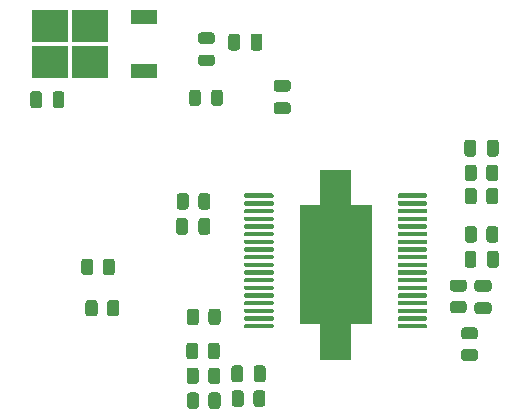
<source format=gbr>
%TF.GenerationSoftware,KiCad,Pcbnew,5.1.10-88a1d61d58~90~ubuntu20.04.1*%
%TF.CreationDate,2021-10-19T17:00:37+01:00*%
%TF.ProjectId,L6235-breakout,4c363233-352d-4627-9265-616b6f75742e,rev?*%
%TF.SameCoordinates,Original*%
%TF.FileFunction,Paste,Top*%
%TF.FilePolarity,Positive*%
%FSLAX46Y46*%
G04 Gerber Fmt 4.6, Leading zero omitted, Abs format (unit mm)*
G04 Created by KiCad (PCBNEW 5.1.10-88a1d61d58~90~ubuntu20.04.1) date 2021-10-19 17:00:37*
%MOMM*%
%LPD*%
G01*
G04 APERTURE LIST*
%ADD10C,0.100000*%
%ADD11R,2.200000X1.200000*%
%ADD12R,3.050000X2.750000*%
G04 APERTURE END LIST*
%TO.C,C1*%
G36*
G01*
X44224400Y-170985200D02*
X44224400Y-170035200D01*
G75*
G02*
X44474400Y-169785200I250000J0D01*
G01*
X44974400Y-169785200D01*
G75*
G02*
X45224400Y-170035200I0J-250000D01*
G01*
X45224400Y-170985200D01*
G75*
G02*
X44974400Y-171235200I-250000J0D01*
G01*
X44474400Y-171235200D01*
G75*
G02*
X44224400Y-170985200I0J250000D01*
G01*
G37*
G36*
G01*
X42324400Y-170985200D02*
X42324400Y-170035200D01*
G75*
G02*
X42574400Y-169785200I250000J0D01*
G01*
X43074400Y-169785200D01*
G75*
G02*
X43324400Y-170035200I0J-250000D01*
G01*
X43324400Y-170985200D01*
G75*
G02*
X43074400Y-171235200I-250000J0D01*
G01*
X42574400Y-171235200D01*
G75*
G02*
X42324400Y-170985200I0J250000D01*
G01*
G37*
%TD*%
%TO.C,C2*%
G36*
G01*
X27360900Y-156321300D02*
X26410900Y-156321300D01*
G75*
G02*
X26160900Y-156071300I0J250000D01*
G01*
X26160900Y-155571300D01*
G75*
G02*
X26410900Y-155321300I250000J0D01*
G01*
X27360900Y-155321300D01*
G75*
G02*
X27610900Y-155571300I0J-250000D01*
G01*
X27610900Y-156071300D01*
G75*
G02*
X27360900Y-156321300I-250000J0D01*
G01*
G37*
G36*
G01*
X27360900Y-158221300D02*
X26410900Y-158221300D01*
G75*
G02*
X26160900Y-157971300I0J250000D01*
G01*
X26160900Y-157471300D01*
G75*
G02*
X26410900Y-157221300I250000J0D01*
G01*
X27360900Y-157221300D01*
G75*
G02*
X27610900Y-157471300I0J-250000D01*
G01*
X27610900Y-157971300D01*
G75*
G02*
X27360900Y-158221300I-250000J0D01*
G01*
G37*
%TD*%
%TO.C,C5*%
G36*
G01*
X42311700Y-161574500D02*
X42311700Y-160624500D01*
G75*
G02*
X42561700Y-160374500I250000J0D01*
G01*
X43061700Y-160374500D01*
G75*
G02*
X43311700Y-160624500I0J-250000D01*
G01*
X43311700Y-161574500D01*
G75*
G02*
X43061700Y-161824500I-250000J0D01*
G01*
X42561700Y-161824500D01*
G75*
G02*
X42311700Y-161574500I0J250000D01*
G01*
G37*
G36*
G01*
X44211700Y-161574500D02*
X44211700Y-160624500D01*
G75*
G02*
X44461700Y-160374500I250000J0D01*
G01*
X44961700Y-160374500D01*
G75*
G02*
X45211700Y-160624500I0J-250000D01*
G01*
X45211700Y-161574500D01*
G75*
G02*
X44961700Y-161824500I-250000J0D01*
G01*
X44461700Y-161824500D01*
G75*
G02*
X44211700Y-161574500I0J250000D01*
G01*
G37*
%TD*%
%TO.C,C6*%
G36*
G01*
X24475900Y-180688000D02*
X24475900Y-179738000D01*
G75*
G02*
X24725900Y-179488000I250000J0D01*
G01*
X25225900Y-179488000D01*
G75*
G02*
X25475900Y-179738000I0J-250000D01*
G01*
X25475900Y-180688000D01*
G75*
G02*
X25225900Y-180938000I-250000J0D01*
G01*
X24725900Y-180938000D01*
G75*
G02*
X24475900Y-180688000I0J250000D01*
G01*
G37*
G36*
G01*
X22575900Y-180688000D02*
X22575900Y-179738000D01*
G75*
G02*
X22825900Y-179488000I250000J0D01*
G01*
X23325900Y-179488000D01*
G75*
G02*
X23575900Y-179738000I0J-250000D01*
G01*
X23575900Y-180688000D01*
G75*
G02*
X23325900Y-180938000I-250000J0D01*
G01*
X22825900Y-180938000D01*
G75*
G02*
X22575900Y-180688000I0J250000D01*
G01*
G37*
%TD*%
%TO.C,C7*%
G36*
G01*
X25211700Y-151645600D02*
X25211700Y-152595600D01*
G75*
G02*
X24961700Y-152845600I-250000J0D01*
G01*
X24461700Y-152845600D01*
G75*
G02*
X24211700Y-152595600I0J250000D01*
G01*
X24211700Y-151645600D01*
G75*
G02*
X24461700Y-151395600I250000J0D01*
G01*
X24961700Y-151395600D01*
G75*
G02*
X25211700Y-151645600I0J-250000D01*
G01*
G37*
G36*
G01*
X23311700Y-151645600D02*
X23311700Y-152595600D01*
G75*
G02*
X23061700Y-152845600I-250000J0D01*
G01*
X22561700Y-152845600D01*
G75*
G02*
X22311700Y-152595600I0J250000D01*
G01*
X22311700Y-151645600D01*
G75*
G02*
X22561700Y-151395600I250000J0D01*
G01*
X23061700Y-151395600D01*
G75*
G02*
X23311700Y-151645600I0J-250000D01*
G01*
G37*
%TD*%
%TO.C,C8*%
G36*
G01*
X17894600Y-168203900D02*
X17894600Y-167253900D01*
G75*
G02*
X18144600Y-167003900I250000J0D01*
G01*
X18644600Y-167003900D01*
G75*
G02*
X18894600Y-167253900I0J-250000D01*
G01*
X18894600Y-168203900D01*
G75*
G02*
X18644600Y-168453900I-250000J0D01*
G01*
X18144600Y-168453900D01*
G75*
G02*
X17894600Y-168203900I0J250000D01*
G01*
G37*
G36*
G01*
X19794600Y-168203900D02*
X19794600Y-167253900D01*
G75*
G02*
X20044600Y-167003900I250000J0D01*
G01*
X20544600Y-167003900D01*
G75*
G02*
X20794600Y-167253900I0J-250000D01*
G01*
X20794600Y-168203900D01*
G75*
G02*
X20544600Y-168453900I-250000J0D01*
G01*
X20044600Y-168453900D01*
G75*
G02*
X19794600Y-168203900I0J250000D01*
G01*
G37*
%TD*%
%TO.C,C10*%
G36*
G01*
X43413700Y-174147900D02*
X44363700Y-174147900D01*
G75*
G02*
X44613700Y-174397900I0J-250000D01*
G01*
X44613700Y-174897900D01*
G75*
G02*
X44363700Y-175147900I-250000J0D01*
G01*
X43413700Y-175147900D01*
G75*
G02*
X43163700Y-174897900I0J250000D01*
G01*
X43163700Y-174397900D01*
G75*
G02*
X43413700Y-174147900I250000J0D01*
G01*
G37*
G36*
G01*
X43413700Y-172247900D02*
X44363700Y-172247900D01*
G75*
G02*
X44613700Y-172497900I0J-250000D01*
G01*
X44613700Y-172997900D01*
G75*
G02*
X44363700Y-173247900I-250000J0D01*
G01*
X43413700Y-173247900D01*
G75*
G02*
X43163700Y-172997900I0J250000D01*
G01*
X43163700Y-172497900D01*
G75*
G02*
X43413700Y-172247900I250000J0D01*
G01*
G37*
%TD*%
%TO.C,D1*%
G36*
G01*
X20882000Y-157301250D02*
X20882000Y-156388750D01*
G75*
G02*
X21125750Y-156145000I243750J0D01*
G01*
X21613250Y-156145000D01*
G75*
G02*
X21857000Y-156388750I0J-243750D01*
G01*
X21857000Y-157301250D01*
G75*
G02*
X21613250Y-157545000I-243750J0D01*
G01*
X21125750Y-157545000D01*
G75*
G02*
X20882000Y-157301250I0J243750D01*
G01*
G37*
G36*
G01*
X19007000Y-157301250D02*
X19007000Y-156388750D01*
G75*
G02*
X19250750Y-156145000I243750J0D01*
G01*
X19738250Y-156145000D01*
G75*
G02*
X19982000Y-156388750I0J-243750D01*
G01*
X19982000Y-157301250D01*
G75*
G02*
X19738250Y-157545000I-243750J0D01*
G01*
X19250750Y-157545000D01*
G75*
G02*
X19007000Y-157301250I0J243750D01*
G01*
G37*
%TD*%
%TO.C,D2*%
G36*
G01*
X20016150Y-151302900D02*
X20928650Y-151302900D01*
G75*
G02*
X21172400Y-151546650I0J-243750D01*
G01*
X21172400Y-152034150D01*
G75*
G02*
X20928650Y-152277900I-243750J0D01*
G01*
X20016150Y-152277900D01*
G75*
G02*
X19772400Y-152034150I0J243750D01*
G01*
X19772400Y-151546650D01*
G75*
G02*
X20016150Y-151302900I243750J0D01*
G01*
G37*
G36*
G01*
X20016150Y-153177900D02*
X20928650Y-153177900D01*
G75*
G02*
X21172400Y-153421650I0J-243750D01*
G01*
X21172400Y-153909150D01*
G75*
G02*
X20928650Y-154152900I-243750J0D01*
G01*
X20016150Y-154152900D01*
G75*
G02*
X19772400Y-153909150I0J243750D01*
G01*
X19772400Y-153421650D01*
G75*
G02*
X20016150Y-153177900I243750J0D01*
G01*
G37*
%TD*%
%TO.C,R1*%
G36*
G01*
X42350000Y-168852001D02*
X42350000Y-167951999D01*
G75*
G02*
X42599999Y-167702000I249999J0D01*
G01*
X43125001Y-167702000D01*
G75*
G02*
X43375000Y-167951999I0J-249999D01*
G01*
X43375000Y-168852001D01*
G75*
G02*
X43125001Y-169102000I-249999J0D01*
G01*
X42599999Y-169102000D01*
G75*
G02*
X42350000Y-168852001I0J249999D01*
G01*
G37*
G36*
G01*
X44175000Y-168852001D02*
X44175000Y-167951999D01*
G75*
G02*
X44424999Y-167702000I249999J0D01*
G01*
X44950001Y-167702000D01*
G75*
G02*
X45200000Y-167951999I0J-249999D01*
G01*
X45200000Y-168852001D01*
G75*
G02*
X44950001Y-169102000I-249999J0D01*
G01*
X44424999Y-169102000D01*
G75*
G02*
X44175000Y-168852001I0J249999D01*
G01*
G37*
%TD*%
%TO.C,R2*%
G36*
G01*
X44162300Y-165613501D02*
X44162300Y-164713499D01*
G75*
G02*
X44412299Y-164463500I249999J0D01*
G01*
X44937301Y-164463500D01*
G75*
G02*
X45187300Y-164713499I0J-249999D01*
G01*
X45187300Y-165613501D01*
G75*
G02*
X44937301Y-165863500I-249999J0D01*
G01*
X44412299Y-165863500D01*
G75*
G02*
X44162300Y-165613501I0J249999D01*
G01*
G37*
G36*
G01*
X42337300Y-165613501D02*
X42337300Y-164713499D01*
G75*
G02*
X42587299Y-164463500I249999J0D01*
G01*
X43112301Y-164463500D01*
G75*
G02*
X43362300Y-164713499I0J-249999D01*
G01*
X43362300Y-165613501D01*
G75*
G02*
X43112301Y-165863500I-249999J0D01*
G01*
X42587299Y-165863500D01*
G75*
G02*
X42337300Y-165613501I0J249999D01*
G01*
G37*
%TD*%
%TO.C,R3*%
G36*
G01*
X45187300Y-162744999D02*
X45187300Y-163645001D01*
G75*
G02*
X44937301Y-163895000I-249999J0D01*
G01*
X44412299Y-163895000D01*
G75*
G02*
X44162300Y-163645001I0J249999D01*
G01*
X44162300Y-162744999D01*
G75*
G02*
X44412299Y-162495000I249999J0D01*
G01*
X44937301Y-162495000D01*
G75*
G02*
X45187300Y-162744999I0J-249999D01*
G01*
G37*
G36*
G01*
X43362300Y-162744999D02*
X43362300Y-163645001D01*
G75*
G02*
X43112301Y-163895000I-249999J0D01*
G01*
X42587299Y-163895000D01*
G75*
G02*
X42337300Y-163645001I0J249999D01*
G01*
X42337300Y-162744999D01*
G75*
G02*
X42587299Y-162495000I249999J0D01*
G01*
X43112301Y-162495000D01*
G75*
G02*
X43362300Y-162744999I0J-249999D01*
G01*
G37*
%TD*%
%TO.C,R4*%
G36*
G01*
X22614200Y-182758501D02*
X22614200Y-181858499D01*
G75*
G02*
X22864199Y-181608500I249999J0D01*
G01*
X23389201Y-181608500D01*
G75*
G02*
X23639200Y-181858499I0J-249999D01*
G01*
X23639200Y-182758501D01*
G75*
G02*
X23389201Y-183008500I-249999J0D01*
G01*
X22864199Y-183008500D01*
G75*
G02*
X22614200Y-182758501I0J249999D01*
G01*
G37*
G36*
G01*
X24439200Y-182758501D02*
X24439200Y-181858499D01*
G75*
G02*
X24689199Y-181608500I249999J0D01*
G01*
X25214201Y-181608500D01*
G75*
G02*
X25464200Y-181858499I0J-249999D01*
G01*
X25464200Y-182758501D01*
G75*
G02*
X25214201Y-183008500I-249999J0D01*
G01*
X24689199Y-183008500D01*
G75*
G02*
X24439200Y-182758501I0J249999D01*
G01*
G37*
%TD*%
%TO.C,R5*%
G36*
G01*
X18795300Y-180828101D02*
X18795300Y-179928099D01*
G75*
G02*
X19045299Y-179678100I249999J0D01*
G01*
X19570301Y-179678100D01*
G75*
G02*
X19820300Y-179928099I0J-249999D01*
G01*
X19820300Y-180828101D01*
G75*
G02*
X19570301Y-181078100I-249999J0D01*
G01*
X19045299Y-181078100D01*
G75*
G02*
X18795300Y-180828101I0J249999D01*
G01*
G37*
G36*
G01*
X20620300Y-180828101D02*
X20620300Y-179928099D01*
G75*
G02*
X20870299Y-179678100I249999J0D01*
G01*
X21395301Y-179678100D01*
G75*
G02*
X21645300Y-179928099I0J-249999D01*
G01*
X21645300Y-180828101D01*
G75*
G02*
X21395301Y-181078100I-249999J0D01*
G01*
X20870299Y-181078100D01*
G75*
G02*
X20620300Y-180828101I0J249999D01*
G01*
G37*
%TD*%
%TO.C,R6*%
G36*
G01*
X18982100Y-165157999D02*
X18982100Y-166058001D01*
G75*
G02*
X18732101Y-166308000I-249999J0D01*
G01*
X18207099Y-166308000D01*
G75*
G02*
X17957100Y-166058001I0J249999D01*
G01*
X17957100Y-165157999D01*
G75*
G02*
X18207099Y-164908000I249999J0D01*
G01*
X18732101Y-164908000D01*
G75*
G02*
X18982100Y-165157999I0J-249999D01*
G01*
G37*
G36*
G01*
X20807100Y-165157999D02*
X20807100Y-166058001D01*
G75*
G02*
X20557101Y-166308000I-249999J0D01*
G01*
X20032099Y-166308000D01*
G75*
G02*
X19782100Y-166058001I0J249999D01*
G01*
X19782100Y-165157999D01*
G75*
G02*
X20032099Y-164908000I249999J0D01*
G01*
X20557101Y-164908000D01*
G75*
G02*
X20807100Y-165157999I0J-249999D01*
G01*
G37*
%TD*%
%TO.C,R7*%
G36*
G01*
X18757200Y-178719901D02*
X18757200Y-177819899D01*
G75*
G02*
X19007199Y-177569900I249999J0D01*
G01*
X19532201Y-177569900D01*
G75*
G02*
X19782200Y-177819899I0J-249999D01*
G01*
X19782200Y-178719901D01*
G75*
G02*
X19532201Y-178969900I-249999J0D01*
G01*
X19007199Y-178969900D01*
G75*
G02*
X18757200Y-178719901I0J249999D01*
G01*
G37*
G36*
G01*
X20582200Y-178719901D02*
X20582200Y-177819899D01*
G75*
G02*
X20832199Y-177569900I249999J0D01*
G01*
X21357201Y-177569900D01*
G75*
G02*
X21607200Y-177819899I0J-249999D01*
G01*
X21607200Y-178719901D01*
G75*
G02*
X21357201Y-178969900I-249999J0D01*
G01*
X20832199Y-178969900D01*
G75*
G02*
X20582200Y-178719901I0J249999D01*
G01*
G37*
%TD*%
%TO.C,R8*%
G36*
G01*
X43198201Y-177298400D02*
X42298199Y-177298400D01*
G75*
G02*
X42048200Y-177048401I0J249999D01*
G01*
X42048200Y-176523399D01*
G75*
G02*
X42298199Y-176273400I249999J0D01*
G01*
X43198201Y-176273400D01*
G75*
G02*
X43448200Y-176523399I0J-249999D01*
G01*
X43448200Y-177048401D01*
G75*
G02*
X43198201Y-177298400I-249999J0D01*
G01*
G37*
G36*
G01*
X43198201Y-179123400D02*
X42298199Y-179123400D01*
G75*
G02*
X42048200Y-178873401I0J249999D01*
G01*
X42048200Y-178348399D01*
G75*
G02*
X42298199Y-178098400I249999J0D01*
G01*
X43198201Y-178098400D01*
G75*
G02*
X43448200Y-178348399I0J-249999D01*
G01*
X43448200Y-178873401D01*
G75*
G02*
X43198201Y-179123400I-249999J0D01*
G01*
G37*
%TD*%
%TO.C,R9*%
G36*
G01*
X41345699Y-172222100D02*
X42245701Y-172222100D01*
G75*
G02*
X42495700Y-172472099I0J-249999D01*
G01*
X42495700Y-172997101D01*
G75*
G02*
X42245701Y-173247100I-249999J0D01*
G01*
X41345699Y-173247100D01*
G75*
G02*
X41095700Y-172997101I0J249999D01*
G01*
X41095700Y-172472099D01*
G75*
G02*
X41345699Y-172222100I249999J0D01*
G01*
G37*
G36*
G01*
X41345699Y-174047100D02*
X42245701Y-174047100D01*
G75*
G02*
X42495700Y-174297099I0J-249999D01*
G01*
X42495700Y-174822101D01*
G75*
G02*
X42245701Y-175072100I-249999J0D01*
G01*
X41345699Y-175072100D01*
G75*
G02*
X41095700Y-174822101I0J249999D01*
G01*
X41095700Y-174297099D01*
G75*
G02*
X41345699Y-174047100I249999J0D01*
G01*
G37*
%TD*%
%TO.C,R10*%
G36*
G01*
X20645700Y-175837001D02*
X20645700Y-174936999D01*
G75*
G02*
X20895699Y-174687000I249999J0D01*
G01*
X21420701Y-174687000D01*
G75*
G02*
X21670700Y-174936999I0J-249999D01*
G01*
X21670700Y-175837001D01*
G75*
G02*
X21420701Y-176087000I-249999J0D01*
G01*
X20895699Y-176087000D01*
G75*
G02*
X20645700Y-175837001I0J249999D01*
G01*
G37*
G36*
G01*
X18820700Y-175837001D02*
X18820700Y-174936999D01*
G75*
G02*
X19070699Y-174687000I249999J0D01*
G01*
X19595701Y-174687000D01*
G75*
G02*
X19845700Y-174936999I0J-249999D01*
G01*
X19845700Y-175837001D01*
G75*
G02*
X19595701Y-176087000I-249999J0D01*
G01*
X19070699Y-176087000D01*
G75*
G02*
X18820700Y-175837001I0J249999D01*
G01*
G37*
%TD*%
%TO.C,R11*%
G36*
G01*
X9876100Y-171607901D02*
X9876100Y-170707899D01*
G75*
G02*
X10126099Y-170457900I249999J0D01*
G01*
X10651101Y-170457900D01*
G75*
G02*
X10901100Y-170707899I0J-249999D01*
G01*
X10901100Y-171607901D01*
G75*
G02*
X10651101Y-171857900I-249999J0D01*
G01*
X10126099Y-171857900D01*
G75*
G02*
X9876100Y-171607901I0J249999D01*
G01*
G37*
G36*
G01*
X11701100Y-171607901D02*
X11701100Y-170707899D01*
G75*
G02*
X11951099Y-170457900I249999J0D01*
G01*
X12476101Y-170457900D01*
G75*
G02*
X12726100Y-170707899I0J-249999D01*
G01*
X12726100Y-171607901D01*
G75*
G02*
X12476101Y-171857900I-249999J0D01*
G01*
X11951099Y-171857900D01*
G75*
G02*
X11701100Y-171607901I0J249999D01*
G01*
G37*
%TD*%
%TO.C,R12*%
G36*
G01*
X12056700Y-175100401D02*
X12056700Y-174200399D01*
G75*
G02*
X12306699Y-173950400I249999J0D01*
G01*
X12831701Y-173950400D01*
G75*
G02*
X13081700Y-174200399I0J-249999D01*
G01*
X13081700Y-175100401D01*
G75*
G02*
X12831701Y-175350400I-249999J0D01*
G01*
X12306699Y-175350400D01*
G75*
G02*
X12056700Y-175100401I0J249999D01*
G01*
G37*
G36*
G01*
X10231700Y-175100401D02*
X10231700Y-174200399D01*
G75*
G02*
X10481699Y-173950400I249999J0D01*
G01*
X11006701Y-173950400D01*
G75*
G02*
X11256700Y-174200399I0J-249999D01*
G01*
X11256700Y-175100401D01*
G75*
G02*
X11006701Y-175350400I-249999J0D01*
G01*
X10481699Y-175350400D01*
G75*
G02*
X10231700Y-175100401I0J249999D01*
G01*
G37*
%TD*%
%TO.C,R13*%
G36*
G01*
X20645700Y-182936301D02*
X20645700Y-182036299D01*
G75*
G02*
X20895699Y-181786300I249999J0D01*
G01*
X21420701Y-181786300D01*
G75*
G02*
X21670700Y-182036299I0J-249999D01*
G01*
X21670700Y-182936301D01*
G75*
G02*
X21420701Y-183186300I-249999J0D01*
G01*
X20895699Y-183186300D01*
G75*
G02*
X20645700Y-182936301I0J249999D01*
G01*
G37*
G36*
G01*
X18820700Y-182936301D02*
X18820700Y-182036299D01*
G75*
G02*
X19070699Y-181786300I249999J0D01*
G01*
X19595701Y-181786300D01*
G75*
G02*
X19845700Y-182036299I0J-249999D01*
G01*
X19845700Y-182936301D01*
G75*
G02*
X19595701Y-183186300I-249999J0D01*
G01*
X19070699Y-183186300D01*
G75*
G02*
X18820700Y-182936301I0J249999D01*
G01*
G37*
%TD*%
%TO.C,U1*%
G36*
G01*
X23657100Y-165225100D02*
X23657100Y-165035100D01*
G75*
G02*
X23752100Y-164940100I95000J0D01*
G01*
X26062100Y-164940100D01*
G75*
G02*
X26157100Y-165035100I0J-95000D01*
G01*
X26157100Y-165225100D01*
G75*
G02*
X26062100Y-165320100I-95000J0D01*
G01*
X23752100Y-165320100D01*
G75*
G02*
X23657100Y-165225100I0J95000D01*
G01*
G37*
G36*
G01*
X23657100Y-165875100D02*
X23657100Y-165685100D01*
G75*
G02*
X23752100Y-165590100I95000J0D01*
G01*
X26062100Y-165590100D01*
G75*
G02*
X26157100Y-165685100I0J-95000D01*
G01*
X26157100Y-165875100D01*
G75*
G02*
X26062100Y-165970100I-95000J0D01*
G01*
X23752100Y-165970100D01*
G75*
G02*
X23657100Y-165875100I0J95000D01*
G01*
G37*
G36*
G01*
X23657100Y-166525100D02*
X23657100Y-166335100D01*
G75*
G02*
X23752100Y-166240100I95000J0D01*
G01*
X26062100Y-166240100D01*
G75*
G02*
X26157100Y-166335100I0J-95000D01*
G01*
X26157100Y-166525100D01*
G75*
G02*
X26062100Y-166620100I-95000J0D01*
G01*
X23752100Y-166620100D01*
G75*
G02*
X23657100Y-166525100I0J95000D01*
G01*
G37*
G36*
G01*
X23657100Y-167175100D02*
X23657100Y-166985100D01*
G75*
G02*
X23752100Y-166890100I95000J0D01*
G01*
X26062100Y-166890100D01*
G75*
G02*
X26157100Y-166985100I0J-95000D01*
G01*
X26157100Y-167175100D01*
G75*
G02*
X26062100Y-167270100I-95000J0D01*
G01*
X23752100Y-167270100D01*
G75*
G02*
X23657100Y-167175100I0J95000D01*
G01*
G37*
G36*
G01*
X23657100Y-167825100D02*
X23657100Y-167635100D01*
G75*
G02*
X23752100Y-167540100I95000J0D01*
G01*
X26062100Y-167540100D01*
G75*
G02*
X26157100Y-167635100I0J-95000D01*
G01*
X26157100Y-167825100D01*
G75*
G02*
X26062100Y-167920100I-95000J0D01*
G01*
X23752100Y-167920100D01*
G75*
G02*
X23657100Y-167825100I0J95000D01*
G01*
G37*
G36*
G01*
X23657100Y-168475100D02*
X23657100Y-168285100D01*
G75*
G02*
X23752100Y-168190100I95000J0D01*
G01*
X26062100Y-168190100D01*
G75*
G02*
X26157100Y-168285100I0J-95000D01*
G01*
X26157100Y-168475100D01*
G75*
G02*
X26062100Y-168570100I-95000J0D01*
G01*
X23752100Y-168570100D01*
G75*
G02*
X23657100Y-168475100I0J95000D01*
G01*
G37*
G36*
G01*
X23657100Y-169125100D02*
X23657100Y-168935100D01*
G75*
G02*
X23752100Y-168840100I95000J0D01*
G01*
X26062100Y-168840100D01*
G75*
G02*
X26157100Y-168935100I0J-95000D01*
G01*
X26157100Y-169125100D01*
G75*
G02*
X26062100Y-169220100I-95000J0D01*
G01*
X23752100Y-169220100D01*
G75*
G02*
X23657100Y-169125100I0J95000D01*
G01*
G37*
G36*
G01*
X23657100Y-169775100D02*
X23657100Y-169585100D01*
G75*
G02*
X23752100Y-169490100I95000J0D01*
G01*
X26062100Y-169490100D01*
G75*
G02*
X26157100Y-169585100I0J-95000D01*
G01*
X26157100Y-169775100D01*
G75*
G02*
X26062100Y-169870100I-95000J0D01*
G01*
X23752100Y-169870100D01*
G75*
G02*
X23657100Y-169775100I0J95000D01*
G01*
G37*
G36*
G01*
X23657100Y-170425100D02*
X23657100Y-170235100D01*
G75*
G02*
X23752100Y-170140100I95000J0D01*
G01*
X26062100Y-170140100D01*
G75*
G02*
X26157100Y-170235100I0J-95000D01*
G01*
X26157100Y-170425100D01*
G75*
G02*
X26062100Y-170520100I-95000J0D01*
G01*
X23752100Y-170520100D01*
G75*
G02*
X23657100Y-170425100I0J95000D01*
G01*
G37*
G36*
G01*
X23657100Y-171075100D02*
X23657100Y-170885100D01*
G75*
G02*
X23752100Y-170790100I95000J0D01*
G01*
X26062100Y-170790100D01*
G75*
G02*
X26157100Y-170885100I0J-95000D01*
G01*
X26157100Y-171075100D01*
G75*
G02*
X26062100Y-171170100I-95000J0D01*
G01*
X23752100Y-171170100D01*
G75*
G02*
X23657100Y-171075100I0J95000D01*
G01*
G37*
G36*
G01*
X23657100Y-171725100D02*
X23657100Y-171535100D01*
G75*
G02*
X23752100Y-171440100I95000J0D01*
G01*
X26062100Y-171440100D01*
G75*
G02*
X26157100Y-171535100I0J-95000D01*
G01*
X26157100Y-171725100D01*
G75*
G02*
X26062100Y-171820100I-95000J0D01*
G01*
X23752100Y-171820100D01*
G75*
G02*
X23657100Y-171725100I0J95000D01*
G01*
G37*
G36*
G01*
X23657100Y-172375100D02*
X23657100Y-172185100D01*
G75*
G02*
X23752100Y-172090100I95000J0D01*
G01*
X26062100Y-172090100D01*
G75*
G02*
X26157100Y-172185100I0J-95000D01*
G01*
X26157100Y-172375100D01*
G75*
G02*
X26062100Y-172470100I-95000J0D01*
G01*
X23752100Y-172470100D01*
G75*
G02*
X23657100Y-172375100I0J95000D01*
G01*
G37*
G36*
G01*
X23657100Y-173025100D02*
X23657100Y-172835100D01*
G75*
G02*
X23752100Y-172740100I95000J0D01*
G01*
X26062100Y-172740100D01*
G75*
G02*
X26157100Y-172835100I0J-95000D01*
G01*
X26157100Y-173025100D01*
G75*
G02*
X26062100Y-173120100I-95000J0D01*
G01*
X23752100Y-173120100D01*
G75*
G02*
X23657100Y-173025100I0J95000D01*
G01*
G37*
G36*
G01*
X23657100Y-173675100D02*
X23657100Y-173485100D01*
G75*
G02*
X23752100Y-173390100I95000J0D01*
G01*
X26062100Y-173390100D01*
G75*
G02*
X26157100Y-173485100I0J-95000D01*
G01*
X26157100Y-173675100D01*
G75*
G02*
X26062100Y-173770100I-95000J0D01*
G01*
X23752100Y-173770100D01*
G75*
G02*
X23657100Y-173675100I0J95000D01*
G01*
G37*
G36*
G01*
X23657100Y-174325100D02*
X23657100Y-174135100D01*
G75*
G02*
X23752100Y-174040100I95000J0D01*
G01*
X26062100Y-174040100D01*
G75*
G02*
X26157100Y-174135100I0J-95000D01*
G01*
X26157100Y-174325100D01*
G75*
G02*
X26062100Y-174420100I-95000J0D01*
G01*
X23752100Y-174420100D01*
G75*
G02*
X23657100Y-174325100I0J95000D01*
G01*
G37*
G36*
G01*
X23657100Y-174975100D02*
X23657100Y-174785100D01*
G75*
G02*
X23752100Y-174690100I95000J0D01*
G01*
X26062100Y-174690100D01*
G75*
G02*
X26157100Y-174785100I0J-95000D01*
G01*
X26157100Y-174975100D01*
G75*
G02*
X26062100Y-175070100I-95000J0D01*
G01*
X23752100Y-175070100D01*
G75*
G02*
X23657100Y-174975100I0J95000D01*
G01*
G37*
G36*
G01*
X23657100Y-175625100D02*
X23657100Y-175435100D01*
G75*
G02*
X23752100Y-175340100I95000J0D01*
G01*
X26062100Y-175340100D01*
G75*
G02*
X26157100Y-175435100I0J-95000D01*
G01*
X26157100Y-175625100D01*
G75*
G02*
X26062100Y-175720100I-95000J0D01*
G01*
X23752100Y-175720100D01*
G75*
G02*
X23657100Y-175625100I0J95000D01*
G01*
G37*
G36*
G01*
X23657100Y-176275100D02*
X23657100Y-176085100D01*
G75*
G02*
X23752100Y-175990100I95000J0D01*
G01*
X26062100Y-175990100D01*
G75*
G02*
X26157100Y-176085100I0J-95000D01*
G01*
X26157100Y-176275100D01*
G75*
G02*
X26062100Y-176370100I-95000J0D01*
G01*
X23752100Y-176370100D01*
G75*
G02*
X23657100Y-176275100I0J95000D01*
G01*
G37*
G36*
G01*
X36657100Y-176275100D02*
X36657100Y-176085100D01*
G75*
G02*
X36752100Y-175990100I95000J0D01*
G01*
X39062100Y-175990100D01*
G75*
G02*
X39157100Y-176085100I0J-95000D01*
G01*
X39157100Y-176275100D01*
G75*
G02*
X39062100Y-176370100I-95000J0D01*
G01*
X36752100Y-176370100D01*
G75*
G02*
X36657100Y-176275100I0J95000D01*
G01*
G37*
G36*
G01*
X36657100Y-175625100D02*
X36657100Y-175435100D01*
G75*
G02*
X36752100Y-175340100I95000J0D01*
G01*
X39062100Y-175340100D01*
G75*
G02*
X39157100Y-175435100I0J-95000D01*
G01*
X39157100Y-175625100D01*
G75*
G02*
X39062100Y-175720100I-95000J0D01*
G01*
X36752100Y-175720100D01*
G75*
G02*
X36657100Y-175625100I0J95000D01*
G01*
G37*
G36*
G01*
X36657100Y-174975100D02*
X36657100Y-174785100D01*
G75*
G02*
X36752100Y-174690100I95000J0D01*
G01*
X39062100Y-174690100D01*
G75*
G02*
X39157100Y-174785100I0J-95000D01*
G01*
X39157100Y-174975100D01*
G75*
G02*
X39062100Y-175070100I-95000J0D01*
G01*
X36752100Y-175070100D01*
G75*
G02*
X36657100Y-174975100I0J95000D01*
G01*
G37*
G36*
G01*
X36657100Y-174325100D02*
X36657100Y-174135100D01*
G75*
G02*
X36752100Y-174040100I95000J0D01*
G01*
X39062100Y-174040100D01*
G75*
G02*
X39157100Y-174135100I0J-95000D01*
G01*
X39157100Y-174325100D01*
G75*
G02*
X39062100Y-174420100I-95000J0D01*
G01*
X36752100Y-174420100D01*
G75*
G02*
X36657100Y-174325100I0J95000D01*
G01*
G37*
G36*
G01*
X36657100Y-173675100D02*
X36657100Y-173485100D01*
G75*
G02*
X36752100Y-173390100I95000J0D01*
G01*
X39062100Y-173390100D01*
G75*
G02*
X39157100Y-173485100I0J-95000D01*
G01*
X39157100Y-173675100D01*
G75*
G02*
X39062100Y-173770100I-95000J0D01*
G01*
X36752100Y-173770100D01*
G75*
G02*
X36657100Y-173675100I0J95000D01*
G01*
G37*
G36*
G01*
X36657100Y-173025100D02*
X36657100Y-172835100D01*
G75*
G02*
X36752100Y-172740100I95000J0D01*
G01*
X39062100Y-172740100D01*
G75*
G02*
X39157100Y-172835100I0J-95000D01*
G01*
X39157100Y-173025100D01*
G75*
G02*
X39062100Y-173120100I-95000J0D01*
G01*
X36752100Y-173120100D01*
G75*
G02*
X36657100Y-173025100I0J95000D01*
G01*
G37*
G36*
G01*
X36657100Y-172375100D02*
X36657100Y-172185100D01*
G75*
G02*
X36752100Y-172090100I95000J0D01*
G01*
X39062100Y-172090100D01*
G75*
G02*
X39157100Y-172185100I0J-95000D01*
G01*
X39157100Y-172375100D01*
G75*
G02*
X39062100Y-172470100I-95000J0D01*
G01*
X36752100Y-172470100D01*
G75*
G02*
X36657100Y-172375100I0J95000D01*
G01*
G37*
G36*
G01*
X36657100Y-171725100D02*
X36657100Y-171535100D01*
G75*
G02*
X36752100Y-171440100I95000J0D01*
G01*
X39062100Y-171440100D01*
G75*
G02*
X39157100Y-171535100I0J-95000D01*
G01*
X39157100Y-171725100D01*
G75*
G02*
X39062100Y-171820100I-95000J0D01*
G01*
X36752100Y-171820100D01*
G75*
G02*
X36657100Y-171725100I0J95000D01*
G01*
G37*
G36*
G01*
X36657100Y-171075100D02*
X36657100Y-170885100D01*
G75*
G02*
X36752100Y-170790100I95000J0D01*
G01*
X39062100Y-170790100D01*
G75*
G02*
X39157100Y-170885100I0J-95000D01*
G01*
X39157100Y-171075100D01*
G75*
G02*
X39062100Y-171170100I-95000J0D01*
G01*
X36752100Y-171170100D01*
G75*
G02*
X36657100Y-171075100I0J95000D01*
G01*
G37*
G36*
G01*
X36657100Y-170425100D02*
X36657100Y-170235100D01*
G75*
G02*
X36752100Y-170140100I95000J0D01*
G01*
X39062100Y-170140100D01*
G75*
G02*
X39157100Y-170235100I0J-95000D01*
G01*
X39157100Y-170425100D01*
G75*
G02*
X39062100Y-170520100I-95000J0D01*
G01*
X36752100Y-170520100D01*
G75*
G02*
X36657100Y-170425100I0J95000D01*
G01*
G37*
G36*
G01*
X36657100Y-169775100D02*
X36657100Y-169585100D01*
G75*
G02*
X36752100Y-169490100I95000J0D01*
G01*
X39062100Y-169490100D01*
G75*
G02*
X39157100Y-169585100I0J-95000D01*
G01*
X39157100Y-169775100D01*
G75*
G02*
X39062100Y-169870100I-95000J0D01*
G01*
X36752100Y-169870100D01*
G75*
G02*
X36657100Y-169775100I0J95000D01*
G01*
G37*
G36*
G01*
X36657100Y-169125100D02*
X36657100Y-168935100D01*
G75*
G02*
X36752100Y-168840100I95000J0D01*
G01*
X39062100Y-168840100D01*
G75*
G02*
X39157100Y-168935100I0J-95000D01*
G01*
X39157100Y-169125100D01*
G75*
G02*
X39062100Y-169220100I-95000J0D01*
G01*
X36752100Y-169220100D01*
G75*
G02*
X36657100Y-169125100I0J95000D01*
G01*
G37*
G36*
G01*
X36657100Y-168475100D02*
X36657100Y-168285100D01*
G75*
G02*
X36752100Y-168190100I95000J0D01*
G01*
X39062100Y-168190100D01*
G75*
G02*
X39157100Y-168285100I0J-95000D01*
G01*
X39157100Y-168475100D01*
G75*
G02*
X39062100Y-168570100I-95000J0D01*
G01*
X36752100Y-168570100D01*
G75*
G02*
X36657100Y-168475100I0J95000D01*
G01*
G37*
G36*
G01*
X36657100Y-167825100D02*
X36657100Y-167635100D01*
G75*
G02*
X36752100Y-167540100I95000J0D01*
G01*
X39062100Y-167540100D01*
G75*
G02*
X39157100Y-167635100I0J-95000D01*
G01*
X39157100Y-167825100D01*
G75*
G02*
X39062100Y-167920100I-95000J0D01*
G01*
X36752100Y-167920100D01*
G75*
G02*
X36657100Y-167825100I0J95000D01*
G01*
G37*
G36*
G01*
X36657100Y-167175100D02*
X36657100Y-166985100D01*
G75*
G02*
X36752100Y-166890100I95000J0D01*
G01*
X39062100Y-166890100D01*
G75*
G02*
X39157100Y-166985100I0J-95000D01*
G01*
X39157100Y-167175100D01*
G75*
G02*
X39062100Y-167270100I-95000J0D01*
G01*
X36752100Y-167270100D01*
G75*
G02*
X36657100Y-167175100I0J95000D01*
G01*
G37*
G36*
G01*
X36657100Y-166525100D02*
X36657100Y-166335100D01*
G75*
G02*
X36752100Y-166240100I95000J0D01*
G01*
X39062100Y-166240100D01*
G75*
G02*
X39157100Y-166335100I0J-95000D01*
G01*
X39157100Y-166525100D01*
G75*
G02*
X39062100Y-166620100I-95000J0D01*
G01*
X36752100Y-166620100D01*
G75*
G02*
X36657100Y-166525100I0J95000D01*
G01*
G37*
G36*
G01*
X36657100Y-165875100D02*
X36657100Y-165685100D01*
G75*
G02*
X36752100Y-165590100I95000J0D01*
G01*
X39062100Y-165590100D01*
G75*
G02*
X39157100Y-165685100I0J-95000D01*
G01*
X39157100Y-165875100D01*
G75*
G02*
X39062100Y-165970100I-95000J0D01*
G01*
X36752100Y-165970100D01*
G75*
G02*
X36657100Y-165875100I0J95000D01*
G01*
G37*
G36*
G01*
X36657100Y-165225100D02*
X36657100Y-165035100D01*
G75*
G02*
X36752100Y-164940100I95000J0D01*
G01*
X39062100Y-164940100D01*
G75*
G02*
X39157100Y-165035100I0J-95000D01*
G01*
X39157100Y-165225100D01*
G75*
G02*
X39062100Y-165320100I-95000J0D01*
G01*
X36752100Y-165320100D01*
G75*
G02*
X36657100Y-165225100I0J95000D01*
G01*
G37*
D10*
G36*
X32666855Y-162931061D02*
G01*
X32676234Y-162933906D01*
X32684879Y-162938527D01*
X32692455Y-162944745D01*
X32698673Y-162952321D01*
X32703294Y-162960966D01*
X32706139Y-162970345D01*
X32707100Y-162980100D01*
X32707100Y-165930100D01*
X34407100Y-165930100D01*
X34416855Y-165931061D01*
X34426234Y-165933906D01*
X34434879Y-165938527D01*
X34442455Y-165944745D01*
X34448673Y-165952321D01*
X34453294Y-165960966D01*
X34456139Y-165970345D01*
X34457100Y-165980100D01*
X34457100Y-175980100D01*
X34456139Y-175989855D01*
X34453294Y-175999234D01*
X34448673Y-176007879D01*
X34442455Y-176015455D01*
X34434879Y-176021673D01*
X34426234Y-176026294D01*
X34416855Y-176029139D01*
X34407100Y-176030100D01*
X32707100Y-176030100D01*
X32707100Y-178980100D01*
X32706139Y-178989855D01*
X32703294Y-178999234D01*
X32698673Y-179007879D01*
X32692455Y-179015455D01*
X32684879Y-179021673D01*
X32676234Y-179026294D01*
X32666855Y-179029139D01*
X32657100Y-179030100D01*
X30157100Y-179030100D01*
X30147345Y-179029139D01*
X30137966Y-179026294D01*
X30129321Y-179021673D01*
X30121745Y-179015455D01*
X30115527Y-179007879D01*
X30110906Y-178999234D01*
X30108061Y-178989855D01*
X30107100Y-178980100D01*
X30107100Y-176030100D01*
X28407100Y-176030100D01*
X28397345Y-176029139D01*
X28387966Y-176026294D01*
X28379321Y-176021673D01*
X28371745Y-176015455D01*
X28365527Y-176007879D01*
X28360906Y-175999234D01*
X28358061Y-175989855D01*
X28357100Y-175980100D01*
X28357100Y-165980100D01*
X28358061Y-165970345D01*
X28360906Y-165960966D01*
X28365527Y-165952321D01*
X28371745Y-165944745D01*
X28379321Y-165938527D01*
X28387966Y-165933906D01*
X28397345Y-165931061D01*
X28407100Y-165930100D01*
X30107100Y-165930100D01*
X30107100Y-162980100D01*
X30108061Y-162970345D01*
X30110906Y-162960966D01*
X30115527Y-162952321D01*
X30121745Y-162944745D01*
X30129321Y-162938527D01*
X30137966Y-162933906D01*
X30147345Y-162931061D01*
X30157100Y-162930100D01*
X32657100Y-162930100D01*
X32666855Y-162931061D01*
G37*
%TD*%
D11*
%TO.C,IC1*%
X15200000Y-154530000D03*
X15200000Y-149970000D03*
D12*
X7225000Y-150725000D03*
X10575000Y-153775000D03*
X7225000Y-153775000D03*
X10575000Y-150725000D03*
%TD*%
%TO.C,C4*%
G36*
G01*
X5550000Y-157475000D02*
X5550000Y-156525000D01*
G75*
G02*
X5800000Y-156275000I250000J0D01*
G01*
X6300000Y-156275000D01*
G75*
G02*
X6550000Y-156525000I0J-250000D01*
G01*
X6550000Y-157475000D01*
G75*
G02*
X6300000Y-157725000I-250000J0D01*
G01*
X5800000Y-157725000D01*
G75*
G02*
X5550000Y-157475000I0J250000D01*
G01*
G37*
G36*
G01*
X7450000Y-157475000D02*
X7450000Y-156525000D01*
G75*
G02*
X7700000Y-156275000I250000J0D01*
G01*
X8200000Y-156275000D01*
G75*
G02*
X8450000Y-156525000I0J-250000D01*
G01*
X8450000Y-157475000D01*
G75*
G02*
X8200000Y-157725000I-250000J0D01*
G01*
X7700000Y-157725000D01*
G75*
G02*
X7450000Y-157475000I0J250000D01*
G01*
G37*
%TD*%
M02*

</source>
